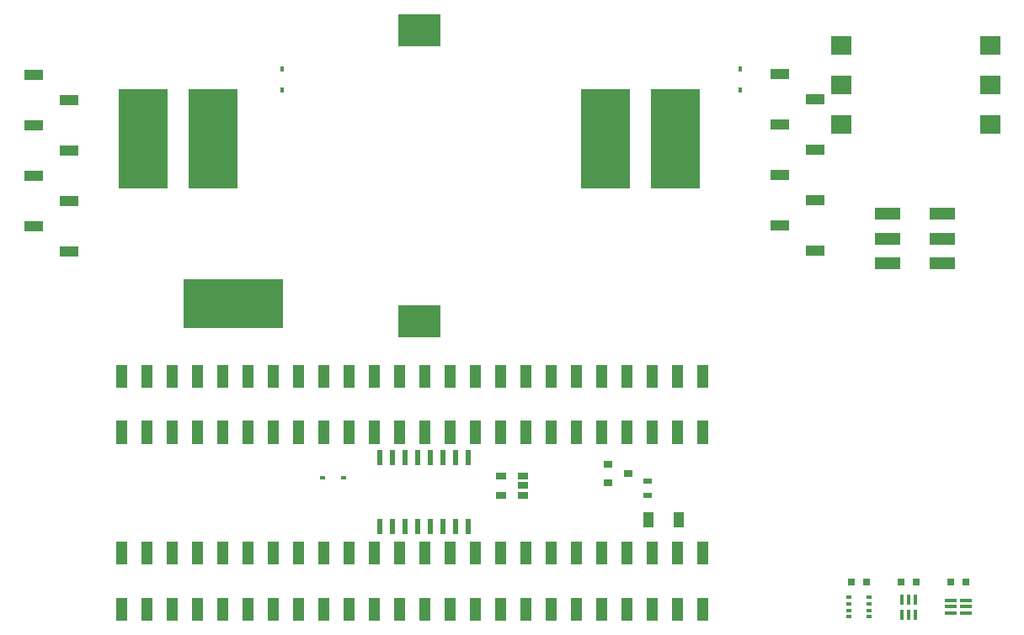
<source format=gtp>
G04 #@! TF.GenerationSoftware,KiCad,Pcbnew,(5.1.4)-1*
G04 #@! TF.CreationDate,2020-02-11T19:18:12-08:00*
G04 #@! TF.ProjectId,Light_intensity_data_logger,4c696768-745f-4696-9e74-656e73697479,rev?*
G04 #@! TF.SameCoordinates,Original*
G04 #@! TF.FileFunction,Paste,Top*
G04 #@! TF.FilePolarity,Positive*
%FSLAX46Y46*%
G04 Gerber Fmt 4.6, Leading zero omitted, Abs format (unit mm)*
G04 Created by KiCad (PCBNEW (5.1.4)-1) date 2020-02-11 19:18:12*
%MOMM*%
%LPD*%
G04 APERTURE LIST*
%ADD10C,0.010000*%
%ADD11R,1.020000X2.220000*%
%ADD12R,0.600000X1.590000*%
%ADD13R,1.060000X0.650000*%
%ADD14R,0.900000X0.800000*%
%ADD15R,1.905000X1.016000*%
%ADD16R,1.000000X1.600000*%
%ADD17R,4.200000X3.200000*%
%ADD18R,2.000000X1.900000*%
%ADD19R,0.800000X0.750000*%
%ADD20R,0.600000X0.450000*%
%ADD21R,0.400000X1.000000*%
%ADD22R,10.000000X5.000000*%
%ADD23R,0.450000X0.600000*%
%ADD24R,5.000000X10.000000*%
%ADD25R,0.500000X0.350000*%
%ADD26R,1.200000X0.350000*%
%ADD27R,2.500000X1.200000*%
%ADD28R,0.900000X0.500000*%
G04 APERTURE END LIST*
D10*
G36*
X84320000Y-96386000D02*
G01*
X83300000Y-96386000D01*
X83300000Y-94166000D01*
X84320000Y-94166000D01*
X84320000Y-96386000D01*
G37*
X84320000Y-96386000D02*
X83300000Y-96386000D01*
X83300000Y-94166000D01*
X84320000Y-94166000D01*
X84320000Y-96386000D01*
G36*
X86860000Y-90734000D02*
G01*
X85840000Y-90734000D01*
X85840000Y-88514000D01*
X86860000Y-88514000D01*
X86860000Y-90734000D01*
G37*
X86860000Y-90734000D02*
X85840000Y-90734000D01*
X85840000Y-88514000D01*
X86860000Y-88514000D01*
X86860000Y-90734000D01*
G36*
X107180000Y-90734000D02*
G01*
X106160000Y-90734000D01*
X106160000Y-88514000D01*
X107180000Y-88514000D01*
X107180000Y-90734000D01*
G37*
X107180000Y-90734000D02*
X106160000Y-90734000D01*
X106160000Y-88514000D01*
X107180000Y-88514000D01*
X107180000Y-90734000D01*
G36*
X104640000Y-96386000D02*
G01*
X103620000Y-96386000D01*
X103620000Y-94166000D01*
X104640000Y-94166000D01*
X104640000Y-96386000D01*
G37*
X104640000Y-96386000D02*
X103620000Y-96386000D01*
X103620000Y-94166000D01*
X104640000Y-94166000D01*
X104640000Y-96386000D01*
G36*
X86860000Y-96386000D02*
G01*
X85840000Y-96386000D01*
X85840000Y-94166000D01*
X86860000Y-94166000D01*
X86860000Y-96386000D01*
G37*
X86860000Y-96386000D02*
X85840000Y-96386000D01*
X85840000Y-94166000D01*
X86860000Y-94166000D01*
X86860000Y-96386000D01*
G36*
X102100000Y-96386000D02*
G01*
X101080000Y-96386000D01*
X101080000Y-94166000D01*
X102100000Y-94166000D01*
X102100000Y-96386000D01*
G37*
X102100000Y-96386000D02*
X101080000Y-96386000D01*
X101080000Y-94166000D01*
X102100000Y-94166000D01*
X102100000Y-96386000D01*
G36*
X102100000Y-90734000D02*
G01*
X101080000Y-90734000D01*
X101080000Y-88514000D01*
X102100000Y-88514000D01*
X102100000Y-90734000D01*
G37*
X102100000Y-90734000D02*
X101080000Y-90734000D01*
X101080000Y-88514000D01*
X102100000Y-88514000D01*
X102100000Y-90734000D01*
G36*
X89400000Y-90734000D02*
G01*
X88380000Y-90734000D01*
X88380000Y-88514000D01*
X89400000Y-88514000D01*
X89400000Y-90734000D01*
G37*
X89400000Y-90734000D02*
X88380000Y-90734000D01*
X88380000Y-88514000D01*
X89400000Y-88514000D01*
X89400000Y-90734000D01*
G36*
X91940000Y-96386000D02*
G01*
X90920000Y-96386000D01*
X90920000Y-94166000D01*
X91940000Y-94166000D01*
X91940000Y-96386000D01*
G37*
X91940000Y-96386000D02*
X90920000Y-96386000D01*
X90920000Y-94166000D01*
X91940000Y-94166000D01*
X91940000Y-96386000D01*
G36*
X99560000Y-96386000D02*
G01*
X98540000Y-96386000D01*
X98540000Y-94166000D01*
X99560000Y-94166000D01*
X99560000Y-96386000D01*
G37*
X99560000Y-96386000D02*
X98540000Y-96386000D01*
X98540000Y-94166000D01*
X99560000Y-94166000D01*
X99560000Y-96386000D01*
G36*
X89400000Y-96386000D02*
G01*
X88380000Y-96386000D01*
X88380000Y-94166000D01*
X89400000Y-94166000D01*
X89400000Y-96386000D01*
G37*
X89400000Y-96386000D02*
X88380000Y-96386000D01*
X88380000Y-94166000D01*
X89400000Y-94166000D01*
X89400000Y-96386000D01*
G36*
X91940000Y-90734000D02*
G01*
X90920000Y-90734000D01*
X90920000Y-88514000D01*
X91940000Y-88514000D01*
X91940000Y-90734000D01*
G37*
X91940000Y-90734000D02*
X90920000Y-90734000D01*
X90920000Y-88514000D01*
X91940000Y-88514000D01*
X91940000Y-90734000D01*
G36*
X94480000Y-90734000D02*
G01*
X93460000Y-90734000D01*
X93460000Y-88514000D01*
X94480000Y-88514000D01*
X94480000Y-90734000D01*
G37*
X94480000Y-90734000D02*
X93460000Y-90734000D01*
X93460000Y-88514000D01*
X94480000Y-88514000D01*
X94480000Y-90734000D01*
G36*
X94480000Y-96386000D02*
G01*
X93460000Y-96386000D01*
X93460000Y-94166000D01*
X94480000Y-94166000D01*
X94480000Y-96386000D01*
G37*
X94480000Y-96386000D02*
X93460000Y-96386000D01*
X93460000Y-94166000D01*
X94480000Y-94166000D01*
X94480000Y-96386000D01*
G36*
X97020000Y-90734000D02*
G01*
X96000000Y-90734000D01*
X96000000Y-88514000D01*
X97020000Y-88514000D01*
X97020000Y-90734000D01*
G37*
X97020000Y-90734000D02*
X96000000Y-90734000D01*
X96000000Y-88514000D01*
X97020000Y-88514000D01*
X97020000Y-90734000D01*
G36*
X97020000Y-96386000D02*
G01*
X96000000Y-96386000D01*
X96000000Y-94166000D01*
X97020000Y-94166000D01*
X97020000Y-96386000D01*
G37*
X97020000Y-96386000D02*
X96000000Y-96386000D01*
X96000000Y-94166000D01*
X97020000Y-94166000D01*
X97020000Y-96386000D01*
G36*
X84320000Y-90734000D02*
G01*
X83300000Y-90734000D01*
X83300000Y-88514000D01*
X84320000Y-88514000D01*
X84320000Y-90734000D01*
G37*
X84320000Y-90734000D02*
X83300000Y-90734000D01*
X83300000Y-88514000D01*
X84320000Y-88514000D01*
X84320000Y-90734000D01*
G36*
X99560000Y-90734000D02*
G01*
X98540000Y-90734000D01*
X98540000Y-88514000D01*
X99560000Y-88514000D01*
X99560000Y-90734000D01*
G37*
X99560000Y-90734000D02*
X98540000Y-90734000D01*
X98540000Y-88514000D01*
X99560000Y-88514000D01*
X99560000Y-90734000D01*
G36*
X104640000Y-90734000D02*
G01*
X103620000Y-90734000D01*
X103620000Y-88514000D01*
X104640000Y-88514000D01*
X104640000Y-90734000D01*
G37*
X104640000Y-90734000D02*
X103620000Y-90734000D01*
X103620000Y-88514000D01*
X104640000Y-88514000D01*
X104640000Y-90734000D01*
G36*
X114800000Y-96386000D02*
G01*
X113780000Y-96386000D01*
X113780000Y-94166000D01*
X114800000Y-94166000D01*
X114800000Y-96386000D01*
G37*
X114800000Y-96386000D02*
X113780000Y-96386000D01*
X113780000Y-94166000D01*
X114800000Y-94166000D01*
X114800000Y-96386000D01*
G36*
X109720000Y-90734000D02*
G01*
X108700000Y-90734000D01*
X108700000Y-88514000D01*
X109720000Y-88514000D01*
X109720000Y-90734000D01*
G37*
X109720000Y-90734000D02*
X108700000Y-90734000D01*
X108700000Y-88514000D01*
X109720000Y-88514000D01*
X109720000Y-90734000D01*
G36*
X112260000Y-90734000D02*
G01*
X111240000Y-90734000D01*
X111240000Y-88514000D01*
X112260000Y-88514000D01*
X112260000Y-90734000D01*
G37*
X112260000Y-90734000D02*
X111240000Y-90734000D01*
X111240000Y-88514000D01*
X112260000Y-88514000D01*
X112260000Y-90734000D01*
G36*
X112260000Y-96386000D02*
G01*
X111240000Y-96386000D01*
X111240000Y-94166000D01*
X112260000Y-94166000D01*
X112260000Y-96386000D01*
G37*
X112260000Y-96386000D02*
X111240000Y-96386000D01*
X111240000Y-94166000D01*
X112260000Y-94166000D01*
X112260000Y-96386000D01*
G36*
X117340000Y-90734000D02*
G01*
X116320000Y-90734000D01*
X116320000Y-88514000D01*
X117340000Y-88514000D01*
X117340000Y-90734000D01*
G37*
X117340000Y-90734000D02*
X116320000Y-90734000D01*
X116320000Y-88514000D01*
X117340000Y-88514000D01*
X117340000Y-90734000D01*
G36*
X114800000Y-90734000D02*
G01*
X113780000Y-90734000D01*
X113780000Y-88514000D01*
X114800000Y-88514000D01*
X114800000Y-90734000D01*
G37*
X114800000Y-90734000D02*
X113780000Y-90734000D01*
X113780000Y-88514000D01*
X114800000Y-88514000D01*
X114800000Y-90734000D01*
G36*
X119880000Y-90734000D02*
G01*
X118860000Y-90734000D01*
X118860000Y-88514000D01*
X119880000Y-88514000D01*
X119880000Y-90734000D01*
G37*
X119880000Y-90734000D02*
X118860000Y-90734000D01*
X118860000Y-88514000D01*
X119880000Y-88514000D01*
X119880000Y-90734000D01*
G36*
X107180000Y-96386000D02*
G01*
X106160000Y-96386000D01*
X106160000Y-94166000D01*
X107180000Y-94166000D01*
X107180000Y-96386000D01*
G37*
X107180000Y-96386000D02*
X106160000Y-96386000D01*
X106160000Y-94166000D01*
X107180000Y-94166000D01*
X107180000Y-96386000D01*
G36*
X117340000Y-96386000D02*
G01*
X116320000Y-96386000D01*
X116320000Y-94166000D01*
X117340000Y-94166000D01*
X117340000Y-96386000D01*
G37*
X117340000Y-96386000D02*
X116320000Y-96386000D01*
X116320000Y-94166000D01*
X117340000Y-94166000D01*
X117340000Y-96386000D01*
G36*
X109720000Y-96386000D02*
G01*
X108700000Y-96386000D01*
X108700000Y-94166000D01*
X109720000Y-94166000D01*
X109720000Y-96386000D01*
G37*
X109720000Y-96386000D02*
X108700000Y-96386000D01*
X108700000Y-94166000D01*
X109720000Y-94166000D01*
X109720000Y-96386000D01*
G36*
X142740000Y-90734000D02*
G01*
X141720000Y-90734000D01*
X141720000Y-88514000D01*
X142740000Y-88514000D01*
X142740000Y-90734000D01*
G37*
X142740000Y-90734000D02*
X141720000Y-90734000D01*
X141720000Y-88514000D01*
X142740000Y-88514000D01*
X142740000Y-90734000D01*
G36*
X135120000Y-90734000D02*
G01*
X134100000Y-90734000D01*
X134100000Y-88514000D01*
X135120000Y-88514000D01*
X135120000Y-90734000D01*
G37*
X135120000Y-90734000D02*
X134100000Y-90734000D01*
X134100000Y-88514000D01*
X135120000Y-88514000D01*
X135120000Y-90734000D01*
G36*
X132580000Y-96386000D02*
G01*
X131560000Y-96386000D01*
X131560000Y-94166000D01*
X132580000Y-94166000D01*
X132580000Y-96386000D01*
G37*
X132580000Y-96386000D02*
X131560000Y-96386000D01*
X131560000Y-94166000D01*
X132580000Y-94166000D01*
X132580000Y-96386000D01*
G36*
X137660000Y-96386000D02*
G01*
X136640000Y-96386000D01*
X136640000Y-94166000D01*
X137660000Y-94166000D01*
X137660000Y-96386000D01*
G37*
X137660000Y-96386000D02*
X136640000Y-96386000D01*
X136640000Y-94166000D01*
X137660000Y-94166000D01*
X137660000Y-96386000D01*
G36*
X135120000Y-96386000D02*
G01*
X134100000Y-96386000D01*
X134100000Y-94166000D01*
X135120000Y-94166000D01*
X135120000Y-96386000D01*
G37*
X135120000Y-96386000D02*
X134100000Y-96386000D01*
X134100000Y-94166000D01*
X135120000Y-94166000D01*
X135120000Y-96386000D01*
G36*
X142740000Y-96386000D02*
G01*
X141720000Y-96386000D01*
X141720000Y-94166000D01*
X142740000Y-94166000D01*
X142740000Y-96386000D01*
G37*
X142740000Y-96386000D02*
X141720000Y-96386000D01*
X141720000Y-94166000D01*
X142740000Y-94166000D01*
X142740000Y-96386000D01*
G36*
X140200000Y-90734000D02*
G01*
X139180000Y-90734000D01*
X139180000Y-88514000D01*
X140200000Y-88514000D01*
X140200000Y-90734000D01*
G37*
X140200000Y-90734000D02*
X139180000Y-90734000D01*
X139180000Y-88514000D01*
X140200000Y-88514000D01*
X140200000Y-90734000D01*
G36*
X137660000Y-90734000D02*
G01*
X136640000Y-90734000D01*
X136640000Y-88514000D01*
X137660000Y-88514000D01*
X137660000Y-90734000D01*
G37*
X137660000Y-90734000D02*
X136640000Y-90734000D01*
X136640000Y-88514000D01*
X137660000Y-88514000D01*
X137660000Y-90734000D01*
G36*
X140200000Y-96386000D02*
G01*
X139180000Y-96386000D01*
X139180000Y-94166000D01*
X140200000Y-94166000D01*
X140200000Y-96386000D01*
G37*
X140200000Y-96386000D02*
X139180000Y-96386000D01*
X139180000Y-94166000D01*
X140200000Y-94166000D01*
X140200000Y-96386000D01*
G36*
X122420000Y-96386000D02*
G01*
X121400000Y-96386000D01*
X121400000Y-94166000D01*
X122420000Y-94166000D01*
X122420000Y-96386000D01*
G37*
X122420000Y-96386000D02*
X121400000Y-96386000D01*
X121400000Y-94166000D01*
X122420000Y-94166000D01*
X122420000Y-96386000D01*
G36*
X130040000Y-96386000D02*
G01*
X129020000Y-96386000D01*
X129020000Y-94166000D01*
X130040000Y-94166000D01*
X130040000Y-96386000D01*
G37*
X130040000Y-96386000D02*
X129020000Y-96386000D01*
X129020000Y-94166000D01*
X130040000Y-94166000D01*
X130040000Y-96386000D01*
G36*
X132580000Y-90734000D02*
G01*
X131560000Y-90734000D01*
X131560000Y-88514000D01*
X132580000Y-88514000D01*
X132580000Y-90734000D01*
G37*
X132580000Y-90734000D02*
X131560000Y-90734000D01*
X131560000Y-88514000D01*
X132580000Y-88514000D01*
X132580000Y-90734000D01*
G36*
X119880000Y-96386000D02*
G01*
X118860000Y-96386000D01*
X118860000Y-94166000D01*
X119880000Y-94166000D01*
X119880000Y-96386000D01*
G37*
X119880000Y-96386000D02*
X118860000Y-96386000D01*
X118860000Y-94166000D01*
X119880000Y-94166000D01*
X119880000Y-96386000D01*
G36*
X122420000Y-90734000D02*
G01*
X121400000Y-90734000D01*
X121400000Y-88514000D01*
X122420000Y-88514000D01*
X122420000Y-90734000D01*
G37*
X122420000Y-90734000D02*
X121400000Y-90734000D01*
X121400000Y-88514000D01*
X122420000Y-88514000D01*
X122420000Y-90734000D01*
G36*
X127500000Y-90734000D02*
G01*
X126480000Y-90734000D01*
X126480000Y-88514000D01*
X127500000Y-88514000D01*
X127500000Y-90734000D01*
G37*
X127500000Y-90734000D02*
X126480000Y-90734000D01*
X126480000Y-88514000D01*
X127500000Y-88514000D01*
X127500000Y-90734000D01*
G36*
X124960000Y-90734000D02*
G01*
X123940000Y-90734000D01*
X123940000Y-88514000D01*
X124960000Y-88514000D01*
X124960000Y-90734000D01*
G37*
X124960000Y-90734000D02*
X123940000Y-90734000D01*
X123940000Y-88514000D01*
X124960000Y-88514000D01*
X124960000Y-90734000D01*
G36*
X130040000Y-90734000D02*
G01*
X129020000Y-90734000D01*
X129020000Y-88514000D01*
X130040000Y-88514000D01*
X130040000Y-90734000D01*
G37*
X130040000Y-90734000D02*
X129020000Y-90734000D01*
X129020000Y-88514000D01*
X130040000Y-88514000D01*
X130040000Y-90734000D01*
G36*
X124960000Y-96386000D02*
G01*
X123940000Y-96386000D01*
X123940000Y-94166000D01*
X124960000Y-94166000D01*
X124960000Y-96386000D01*
G37*
X124960000Y-96386000D02*
X123940000Y-96386000D01*
X123940000Y-94166000D01*
X124960000Y-94166000D01*
X124960000Y-96386000D01*
G36*
X127500000Y-96386000D02*
G01*
X126480000Y-96386000D01*
X126480000Y-94166000D01*
X127500000Y-94166000D01*
X127500000Y-96386000D01*
G37*
X127500000Y-96386000D02*
X126480000Y-96386000D01*
X126480000Y-94166000D01*
X127500000Y-94166000D01*
X127500000Y-96386000D01*
G36*
X142740000Y-78576000D02*
G01*
X141720000Y-78576000D01*
X141720000Y-76356000D01*
X142740000Y-76356000D01*
X142740000Y-78576000D01*
G37*
X142740000Y-78576000D02*
X141720000Y-78576000D01*
X141720000Y-76356000D01*
X142740000Y-76356000D01*
X142740000Y-78576000D01*
G36*
X142740000Y-72924000D02*
G01*
X141720000Y-72924000D01*
X141720000Y-70704000D01*
X142740000Y-70704000D01*
X142740000Y-72924000D01*
G37*
X142740000Y-72924000D02*
X141720000Y-72924000D01*
X141720000Y-70704000D01*
X142740000Y-70704000D01*
X142740000Y-72924000D01*
G36*
X140200000Y-78576000D02*
G01*
X139180000Y-78576000D01*
X139180000Y-76356000D01*
X140200000Y-76356000D01*
X140200000Y-78576000D01*
G37*
X140200000Y-78576000D02*
X139180000Y-78576000D01*
X139180000Y-76356000D01*
X140200000Y-76356000D01*
X140200000Y-78576000D01*
G36*
X140200000Y-72924000D02*
G01*
X139180000Y-72924000D01*
X139180000Y-70704000D01*
X140200000Y-70704000D01*
X140200000Y-72924000D01*
G37*
X140200000Y-72924000D02*
X139180000Y-72924000D01*
X139180000Y-70704000D01*
X140200000Y-70704000D01*
X140200000Y-72924000D01*
G36*
X137660000Y-78576000D02*
G01*
X136640000Y-78576000D01*
X136640000Y-76356000D01*
X137660000Y-76356000D01*
X137660000Y-78576000D01*
G37*
X137660000Y-78576000D02*
X136640000Y-78576000D01*
X136640000Y-76356000D01*
X137660000Y-76356000D01*
X137660000Y-78576000D01*
G36*
X137660000Y-72924000D02*
G01*
X136640000Y-72924000D01*
X136640000Y-70704000D01*
X137660000Y-70704000D01*
X137660000Y-72924000D01*
G37*
X137660000Y-72924000D02*
X136640000Y-72924000D01*
X136640000Y-70704000D01*
X137660000Y-70704000D01*
X137660000Y-72924000D01*
G36*
X135120000Y-78576000D02*
G01*
X134100000Y-78576000D01*
X134100000Y-76356000D01*
X135120000Y-76356000D01*
X135120000Y-78576000D01*
G37*
X135120000Y-78576000D02*
X134100000Y-78576000D01*
X134100000Y-76356000D01*
X135120000Y-76356000D01*
X135120000Y-78576000D01*
G36*
X135120000Y-72924000D02*
G01*
X134100000Y-72924000D01*
X134100000Y-70704000D01*
X135120000Y-70704000D01*
X135120000Y-72924000D01*
G37*
X135120000Y-72924000D02*
X134100000Y-72924000D01*
X134100000Y-70704000D01*
X135120000Y-70704000D01*
X135120000Y-72924000D01*
G36*
X132580000Y-78576000D02*
G01*
X131560000Y-78576000D01*
X131560000Y-76356000D01*
X132580000Y-76356000D01*
X132580000Y-78576000D01*
G37*
X132580000Y-78576000D02*
X131560000Y-78576000D01*
X131560000Y-76356000D01*
X132580000Y-76356000D01*
X132580000Y-78576000D01*
G36*
X132580000Y-72924000D02*
G01*
X131560000Y-72924000D01*
X131560000Y-70704000D01*
X132580000Y-70704000D01*
X132580000Y-72924000D01*
G37*
X132580000Y-72924000D02*
X131560000Y-72924000D01*
X131560000Y-70704000D01*
X132580000Y-70704000D01*
X132580000Y-72924000D01*
G36*
X130040000Y-78576000D02*
G01*
X129020000Y-78576000D01*
X129020000Y-76356000D01*
X130040000Y-76356000D01*
X130040000Y-78576000D01*
G37*
X130040000Y-78576000D02*
X129020000Y-78576000D01*
X129020000Y-76356000D01*
X130040000Y-76356000D01*
X130040000Y-78576000D01*
G36*
X130040000Y-72924000D02*
G01*
X129020000Y-72924000D01*
X129020000Y-70704000D01*
X130040000Y-70704000D01*
X130040000Y-72924000D01*
G37*
X130040000Y-72924000D02*
X129020000Y-72924000D01*
X129020000Y-70704000D01*
X130040000Y-70704000D01*
X130040000Y-72924000D01*
G36*
X127500000Y-78576000D02*
G01*
X126480000Y-78576000D01*
X126480000Y-76356000D01*
X127500000Y-76356000D01*
X127500000Y-78576000D01*
G37*
X127500000Y-78576000D02*
X126480000Y-78576000D01*
X126480000Y-76356000D01*
X127500000Y-76356000D01*
X127500000Y-78576000D01*
G36*
X127500000Y-72924000D02*
G01*
X126480000Y-72924000D01*
X126480000Y-70704000D01*
X127500000Y-70704000D01*
X127500000Y-72924000D01*
G37*
X127500000Y-72924000D02*
X126480000Y-72924000D01*
X126480000Y-70704000D01*
X127500000Y-70704000D01*
X127500000Y-72924000D01*
G36*
X124960000Y-78576000D02*
G01*
X123940000Y-78576000D01*
X123940000Y-76356000D01*
X124960000Y-76356000D01*
X124960000Y-78576000D01*
G37*
X124960000Y-78576000D02*
X123940000Y-78576000D01*
X123940000Y-76356000D01*
X124960000Y-76356000D01*
X124960000Y-78576000D01*
G36*
X124960000Y-72924000D02*
G01*
X123940000Y-72924000D01*
X123940000Y-70704000D01*
X124960000Y-70704000D01*
X124960000Y-72924000D01*
G37*
X124960000Y-72924000D02*
X123940000Y-72924000D01*
X123940000Y-70704000D01*
X124960000Y-70704000D01*
X124960000Y-72924000D01*
G36*
X122420000Y-78576000D02*
G01*
X121400000Y-78576000D01*
X121400000Y-76356000D01*
X122420000Y-76356000D01*
X122420000Y-78576000D01*
G37*
X122420000Y-78576000D02*
X121400000Y-78576000D01*
X121400000Y-76356000D01*
X122420000Y-76356000D01*
X122420000Y-78576000D01*
G36*
X122420000Y-72924000D02*
G01*
X121400000Y-72924000D01*
X121400000Y-70704000D01*
X122420000Y-70704000D01*
X122420000Y-72924000D01*
G37*
X122420000Y-72924000D02*
X121400000Y-72924000D01*
X121400000Y-70704000D01*
X122420000Y-70704000D01*
X122420000Y-72924000D01*
G36*
X119880000Y-78576000D02*
G01*
X118860000Y-78576000D01*
X118860000Y-76356000D01*
X119880000Y-76356000D01*
X119880000Y-78576000D01*
G37*
X119880000Y-78576000D02*
X118860000Y-78576000D01*
X118860000Y-76356000D01*
X119880000Y-76356000D01*
X119880000Y-78576000D01*
G36*
X119880000Y-72924000D02*
G01*
X118860000Y-72924000D01*
X118860000Y-70704000D01*
X119880000Y-70704000D01*
X119880000Y-72924000D01*
G37*
X119880000Y-72924000D02*
X118860000Y-72924000D01*
X118860000Y-70704000D01*
X119880000Y-70704000D01*
X119880000Y-72924000D01*
G36*
X117340000Y-78576000D02*
G01*
X116320000Y-78576000D01*
X116320000Y-76356000D01*
X117340000Y-76356000D01*
X117340000Y-78576000D01*
G37*
X117340000Y-78576000D02*
X116320000Y-78576000D01*
X116320000Y-76356000D01*
X117340000Y-76356000D01*
X117340000Y-78576000D01*
G36*
X117340000Y-72924000D02*
G01*
X116320000Y-72924000D01*
X116320000Y-70704000D01*
X117340000Y-70704000D01*
X117340000Y-72924000D01*
G37*
X117340000Y-72924000D02*
X116320000Y-72924000D01*
X116320000Y-70704000D01*
X117340000Y-70704000D01*
X117340000Y-72924000D01*
G36*
X114800000Y-78576000D02*
G01*
X113780000Y-78576000D01*
X113780000Y-76356000D01*
X114800000Y-76356000D01*
X114800000Y-78576000D01*
G37*
X114800000Y-78576000D02*
X113780000Y-78576000D01*
X113780000Y-76356000D01*
X114800000Y-76356000D01*
X114800000Y-78576000D01*
G36*
X114800000Y-72924000D02*
G01*
X113780000Y-72924000D01*
X113780000Y-70704000D01*
X114800000Y-70704000D01*
X114800000Y-72924000D01*
G37*
X114800000Y-72924000D02*
X113780000Y-72924000D01*
X113780000Y-70704000D01*
X114800000Y-70704000D01*
X114800000Y-72924000D01*
G36*
X112260000Y-78576000D02*
G01*
X111240000Y-78576000D01*
X111240000Y-76356000D01*
X112260000Y-76356000D01*
X112260000Y-78576000D01*
G37*
X112260000Y-78576000D02*
X111240000Y-78576000D01*
X111240000Y-76356000D01*
X112260000Y-76356000D01*
X112260000Y-78576000D01*
G36*
X112260000Y-72924000D02*
G01*
X111240000Y-72924000D01*
X111240000Y-70704000D01*
X112260000Y-70704000D01*
X112260000Y-72924000D01*
G37*
X112260000Y-72924000D02*
X111240000Y-72924000D01*
X111240000Y-70704000D01*
X112260000Y-70704000D01*
X112260000Y-72924000D01*
G36*
X109720000Y-78576000D02*
G01*
X108700000Y-78576000D01*
X108700000Y-76356000D01*
X109720000Y-76356000D01*
X109720000Y-78576000D01*
G37*
X109720000Y-78576000D02*
X108700000Y-78576000D01*
X108700000Y-76356000D01*
X109720000Y-76356000D01*
X109720000Y-78576000D01*
G36*
X109720000Y-72924000D02*
G01*
X108700000Y-72924000D01*
X108700000Y-70704000D01*
X109720000Y-70704000D01*
X109720000Y-72924000D01*
G37*
X109720000Y-72924000D02*
X108700000Y-72924000D01*
X108700000Y-70704000D01*
X109720000Y-70704000D01*
X109720000Y-72924000D01*
G36*
X107180000Y-78576000D02*
G01*
X106160000Y-78576000D01*
X106160000Y-76356000D01*
X107180000Y-76356000D01*
X107180000Y-78576000D01*
G37*
X107180000Y-78576000D02*
X106160000Y-78576000D01*
X106160000Y-76356000D01*
X107180000Y-76356000D01*
X107180000Y-78576000D01*
G36*
X107180000Y-72924000D02*
G01*
X106160000Y-72924000D01*
X106160000Y-70704000D01*
X107180000Y-70704000D01*
X107180000Y-72924000D01*
G37*
X107180000Y-72924000D02*
X106160000Y-72924000D01*
X106160000Y-70704000D01*
X107180000Y-70704000D01*
X107180000Y-72924000D01*
G36*
X104640000Y-78576000D02*
G01*
X103620000Y-78576000D01*
X103620000Y-76356000D01*
X104640000Y-76356000D01*
X104640000Y-78576000D01*
G37*
X104640000Y-78576000D02*
X103620000Y-78576000D01*
X103620000Y-76356000D01*
X104640000Y-76356000D01*
X104640000Y-78576000D01*
G36*
X104640000Y-72924000D02*
G01*
X103620000Y-72924000D01*
X103620000Y-70704000D01*
X104640000Y-70704000D01*
X104640000Y-72924000D01*
G37*
X104640000Y-72924000D02*
X103620000Y-72924000D01*
X103620000Y-70704000D01*
X104640000Y-70704000D01*
X104640000Y-72924000D01*
G36*
X102100000Y-78576000D02*
G01*
X101080000Y-78576000D01*
X101080000Y-76356000D01*
X102100000Y-76356000D01*
X102100000Y-78576000D01*
G37*
X102100000Y-78576000D02*
X101080000Y-78576000D01*
X101080000Y-76356000D01*
X102100000Y-76356000D01*
X102100000Y-78576000D01*
G36*
X102100000Y-72924000D02*
G01*
X101080000Y-72924000D01*
X101080000Y-70704000D01*
X102100000Y-70704000D01*
X102100000Y-72924000D01*
G37*
X102100000Y-72924000D02*
X101080000Y-72924000D01*
X101080000Y-70704000D01*
X102100000Y-70704000D01*
X102100000Y-72924000D01*
G36*
X99560000Y-78576000D02*
G01*
X98540000Y-78576000D01*
X98540000Y-76356000D01*
X99560000Y-76356000D01*
X99560000Y-78576000D01*
G37*
X99560000Y-78576000D02*
X98540000Y-78576000D01*
X98540000Y-76356000D01*
X99560000Y-76356000D01*
X99560000Y-78576000D01*
G36*
X99560000Y-72924000D02*
G01*
X98540000Y-72924000D01*
X98540000Y-70704000D01*
X99560000Y-70704000D01*
X99560000Y-72924000D01*
G37*
X99560000Y-72924000D02*
X98540000Y-72924000D01*
X98540000Y-70704000D01*
X99560000Y-70704000D01*
X99560000Y-72924000D01*
G36*
X97020000Y-78576000D02*
G01*
X96000000Y-78576000D01*
X96000000Y-76356000D01*
X97020000Y-76356000D01*
X97020000Y-78576000D01*
G37*
X97020000Y-78576000D02*
X96000000Y-78576000D01*
X96000000Y-76356000D01*
X97020000Y-76356000D01*
X97020000Y-78576000D01*
G36*
X97020000Y-72924000D02*
G01*
X96000000Y-72924000D01*
X96000000Y-70704000D01*
X97020000Y-70704000D01*
X97020000Y-72924000D01*
G37*
X97020000Y-72924000D02*
X96000000Y-72924000D01*
X96000000Y-70704000D01*
X97020000Y-70704000D01*
X97020000Y-72924000D01*
G36*
X94480000Y-78576000D02*
G01*
X93460000Y-78576000D01*
X93460000Y-76356000D01*
X94480000Y-76356000D01*
X94480000Y-78576000D01*
G37*
X94480000Y-78576000D02*
X93460000Y-78576000D01*
X93460000Y-76356000D01*
X94480000Y-76356000D01*
X94480000Y-78576000D01*
G36*
X94480000Y-72924000D02*
G01*
X93460000Y-72924000D01*
X93460000Y-70704000D01*
X94480000Y-70704000D01*
X94480000Y-72924000D01*
G37*
X94480000Y-72924000D02*
X93460000Y-72924000D01*
X93460000Y-70704000D01*
X94480000Y-70704000D01*
X94480000Y-72924000D01*
G36*
X91940000Y-78576000D02*
G01*
X90920000Y-78576000D01*
X90920000Y-76356000D01*
X91940000Y-76356000D01*
X91940000Y-78576000D01*
G37*
X91940000Y-78576000D02*
X90920000Y-78576000D01*
X90920000Y-76356000D01*
X91940000Y-76356000D01*
X91940000Y-78576000D01*
G36*
X91940000Y-72924000D02*
G01*
X90920000Y-72924000D01*
X90920000Y-70704000D01*
X91940000Y-70704000D01*
X91940000Y-72924000D01*
G37*
X91940000Y-72924000D02*
X90920000Y-72924000D01*
X90920000Y-70704000D01*
X91940000Y-70704000D01*
X91940000Y-72924000D01*
G36*
X89400000Y-78576000D02*
G01*
X88380000Y-78576000D01*
X88380000Y-76356000D01*
X89400000Y-76356000D01*
X89400000Y-78576000D01*
G37*
X89400000Y-78576000D02*
X88380000Y-78576000D01*
X88380000Y-76356000D01*
X89400000Y-76356000D01*
X89400000Y-78576000D01*
G36*
X89400000Y-72924000D02*
G01*
X88380000Y-72924000D01*
X88380000Y-70704000D01*
X89400000Y-70704000D01*
X89400000Y-72924000D01*
G37*
X89400000Y-72924000D02*
X88380000Y-72924000D01*
X88380000Y-70704000D01*
X89400000Y-70704000D01*
X89400000Y-72924000D01*
G36*
X86860000Y-78576000D02*
G01*
X85840000Y-78576000D01*
X85840000Y-76356000D01*
X86860000Y-76356000D01*
X86860000Y-78576000D01*
G37*
X86860000Y-78576000D02*
X85840000Y-78576000D01*
X85840000Y-76356000D01*
X86860000Y-76356000D01*
X86860000Y-78576000D01*
G36*
X86860000Y-72924000D02*
G01*
X85840000Y-72924000D01*
X85840000Y-70704000D01*
X86860000Y-70704000D01*
X86860000Y-72924000D01*
G37*
X86860000Y-72924000D02*
X85840000Y-72924000D01*
X85840000Y-70704000D01*
X86860000Y-70704000D01*
X86860000Y-72924000D01*
G36*
X84320000Y-78576000D02*
G01*
X83300000Y-78576000D01*
X83300000Y-76356000D01*
X84320000Y-76356000D01*
X84320000Y-78576000D01*
G37*
X84320000Y-78576000D02*
X83300000Y-78576000D01*
X83300000Y-76356000D01*
X84320000Y-76356000D01*
X84320000Y-78576000D01*
G36*
X84320000Y-72924000D02*
G01*
X83300000Y-72924000D01*
X83300000Y-70704000D01*
X84320000Y-70704000D01*
X84320000Y-72924000D01*
G37*
X84320000Y-72924000D02*
X83300000Y-72924000D01*
X83300000Y-70704000D01*
X84320000Y-70704000D01*
X84320000Y-72924000D01*
D11*
X83810000Y-89624000D03*
X83810000Y-95276000D03*
X86350000Y-89624000D03*
X86350000Y-95276000D03*
X88890000Y-89624000D03*
X91430000Y-95276000D03*
X88890000Y-95276000D03*
X91430000Y-89624000D03*
X101590000Y-89624000D03*
X96510000Y-95276000D03*
X101590000Y-95276000D03*
X99050000Y-89624000D03*
X99050000Y-95276000D03*
X93970000Y-89624000D03*
X93970000Y-95276000D03*
X96510000Y-89624000D03*
X109210000Y-95276000D03*
X111750000Y-89624000D03*
X104130000Y-89624000D03*
X106670000Y-89624000D03*
X106670000Y-95276000D03*
X111750000Y-95276000D03*
X109210000Y-89624000D03*
X104130000Y-95276000D03*
X116830000Y-95276000D03*
X121910000Y-89624000D03*
X119370000Y-95276000D03*
X121910000Y-95276000D03*
X119370000Y-89624000D03*
X114290000Y-95276000D03*
X114290000Y-89624000D03*
X116830000Y-89624000D03*
X126990000Y-95276000D03*
X129530000Y-89624000D03*
X129530000Y-95276000D03*
X132070000Y-95276000D03*
X124450000Y-89624000D03*
X132070000Y-89624000D03*
X124450000Y-95276000D03*
X126990000Y-89624000D03*
X134610000Y-95276000D03*
X137150000Y-89624000D03*
X139690000Y-89624000D03*
X139690000Y-95276000D03*
X134610000Y-89624000D03*
X137150000Y-95276000D03*
X142230000Y-89624000D03*
X142230000Y-95276000D03*
X142230000Y-77466000D03*
X142230000Y-71814000D03*
X139690000Y-77466000D03*
X139690000Y-71814000D03*
X137150000Y-77466000D03*
X137150000Y-71814000D03*
X134610000Y-77466000D03*
X134610000Y-71814000D03*
X132070000Y-77466000D03*
X132070000Y-71814000D03*
X129530000Y-77466000D03*
X129530000Y-71814000D03*
X126990000Y-77466000D03*
X126990000Y-71814000D03*
X124450000Y-77466000D03*
X124450000Y-71814000D03*
X121910000Y-77466000D03*
X121910000Y-71814000D03*
X119370000Y-77466000D03*
X119370000Y-71814000D03*
X116830000Y-77466000D03*
X116830000Y-71814000D03*
X114290000Y-77466000D03*
X114290000Y-71814000D03*
X111750000Y-77466000D03*
X111750000Y-71814000D03*
X109210000Y-77466000D03*
X109210000Y-71814000D03*
X106670000Y-77466000D03*
X106670000Y-71814000D03*
X104130000Y-77466000D03*
X104130000Y-71814000D03*
X101590000Y-77466000D03*
X101590000Y-71814000D03*
X99050000Y-77466000D03*
X99050000Y-71814000D03*
X96510000Y-77466000D03*
X96510000Y-71814000D03*
X93970000Y-77466000D03*
X93970000Y-71814000D03*
X91430000Y-77466000D03*
X91430000Y-71814000D03*
X88890000Y-77466000D03*
X88890000Y-71814000D03*
X86350000Y-77466000D03*
X86350000Y-71814000D03*
X83810000Y-77466000D03*
X83810000Y-71814000D03*
D12*
X109820000Y-87010000D03*
X111090000Y-87010000D03*
X112360000Y-87010000D03*
X113630000Y-87010000D03*
X114900000Y-87010000D03*
X116170000Y-87010000D03*
X117440000Y-87010000D03*
X118710000Y-87010000D03*
X118710000Y-80020000D03*
X117440000Y-80020000D03*
X116170000Y-80020000D03*
X114900000Y-80020000D03*
X113630000Y-80020000D03*
X112360000Y-80020000D03*
X111090000Y-80020000D03*
X109820000Y-80020000D03*
D13*
X124160000Y-83830000D03*
X124160000Y-82880000D03*
X124160000Y-81930000D03*
X121960000Y-81930000D03*
X121960000Y-83830000D03*
D14*
X132760000Y-80690000D03*
X132760000Y-82590000D03*
X134760000Y-81640000D03*
D15*
X153538540Y-54167460D03*
X153538540Y-49087460D03*
X149982540Y-51627460D03*
X149982540Y-46547460D03*
X149982540Y-56707460D03*
X153538540Y-44007460D03*
X153538540Y-59247460D03*
X149982540Y-41467460D03*
X75002540Y-41487460D03*
X78558540Y-44027460D03*
X75002540Y-46567460D03*
X78558540Y-49107460D03*
X75002540Y-51647460D03*
X78558540Y-54187460D03*
X75002540Y-56727460D03*
X78558540Y-59267460D03*
D16*
X139830000Y-86310000D03*
X136830000Y-86310000D03*
D17*
X113780000Y-66370000D03*
X113780000Y-37070000D03*
D18*
X171140000Y-46560000D03*
X171140000Y-42560000D03*
X171140000Y-38560000D03*
X156140000Y-46560000D03*
X156140000Y-42560000D03*
X156140000Y-38560000D03*
D19*
X168690000Y-92610000D03*
X167190000Y-92610000D03*
X163690000Y-92610000D03*
X162190000Y-92610000D03*
D20*
X106110000Y-82120000D03*
X104010000Y-82120000D03*
D21*
X162940000Y-95860000D03*
X162290000Y-95860000D03*
X163590000Y-95860000D03*
X162290000Y-94360000D03*
X162940000Y-94360000D03*
X163590000Y-94360000D03*
D22*
X95060000Y-64590000D03*
D23*
X146000000Y-40950000D03*
X146000000Y-43050000D03*
D24*
X132500000Y-48000000D03*
X139500000Y-48000000D03*
D25*
X156915001Y-94135000D03*
X156915001Y-94785000D03*
X156915001Y-95435000D03*
X156915001Y-96085000D03*
X158965000Y-96085000D03*
X158965000Y-95435000D03*
X158965000Y-94785000D03*
X158965000Y-94135000D03*
D26*
X168690000Y-95720000D03*
X167190000Y-95720000D03*
X168690000Y-95070000D03*
X168690000Y-94420000D03*
X167190000Y-95070000D03*
X167190000Y-94420000D03*
D27*
X166350000Y-60510000D03*
X166350000Y-58010000D03*
X166350000Y-55510000D03*
X160850000Y-55510000D03*
X160850000Y-58010000D03*
X160850000Y-60510000D03*
D28*
X136680000Y-83900000D03*
X136680000Y-82400000D03*
D23*
X100000000Y-40950000D03*
X100000000Y-43050000D03*
D19*
X157190000Y-92590000D03*
X158690000Y-92590000D03*
D24*
X86000000Y-48000000D03*
X93000000Y-48000000D03*
M02*

</source>
